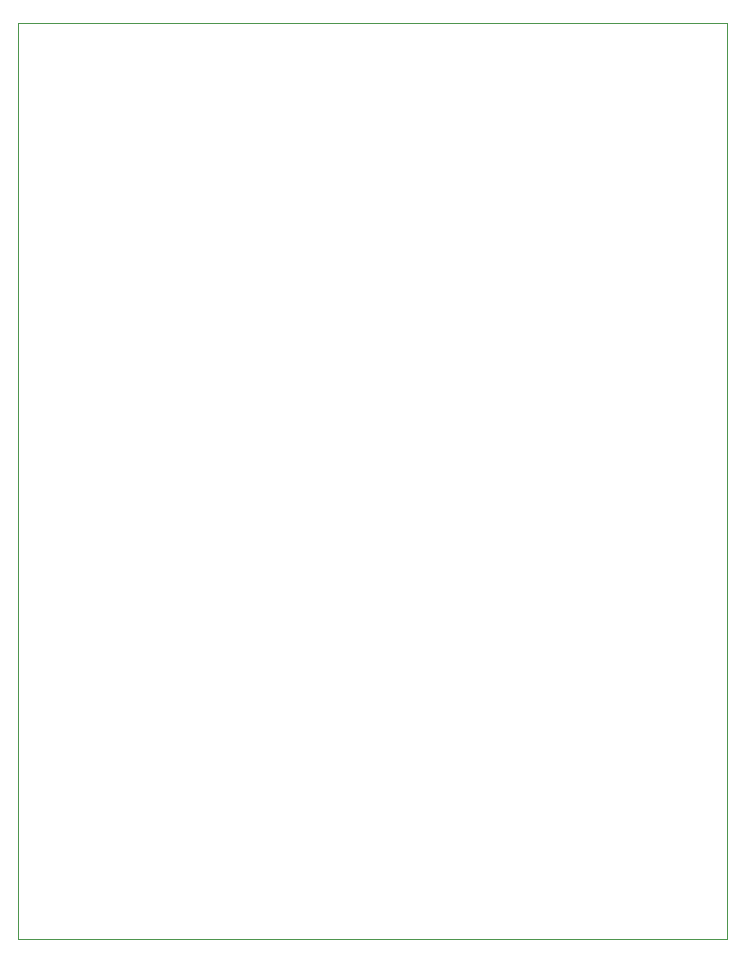
<source format=gbr>
%TF.GenerationSoftware,KiCad,Pcbnew,9.0.6*%
%TF.CreationDate,2025-12-28T22:49:17+11:00*%
%TF.ProjectId,envelope-generator,656e7665-6c6f-4706-952d-67656e657261,rev?*%
%TF.SameCoordinates,Original*%
%TF.FileFunction,Profile,NP*%
%FSLAX46Y46*%
G04 Gerber Fmt 4.6, Leading zero omitted, Abs format (unit mm)*
G04 Created by KiCad (PCBNEW 9.0.6) date 2025-12-28 22:49:17*
%MOMM*%
%LPD*%
G01*
G04 APERTURE LIST*
%TA.AperFunction,Profile*%
%ADD10C,0.050000*%
%TD*%
G04 APERTURE END LIST*
D10*
X64027135Y-22474127D02*
X124027135Y-22474127D01*
X124027135Y-100000000D01*
X64027135Y-100000000D01*
X64027135Y-22474127D01*
M02*

</source>
